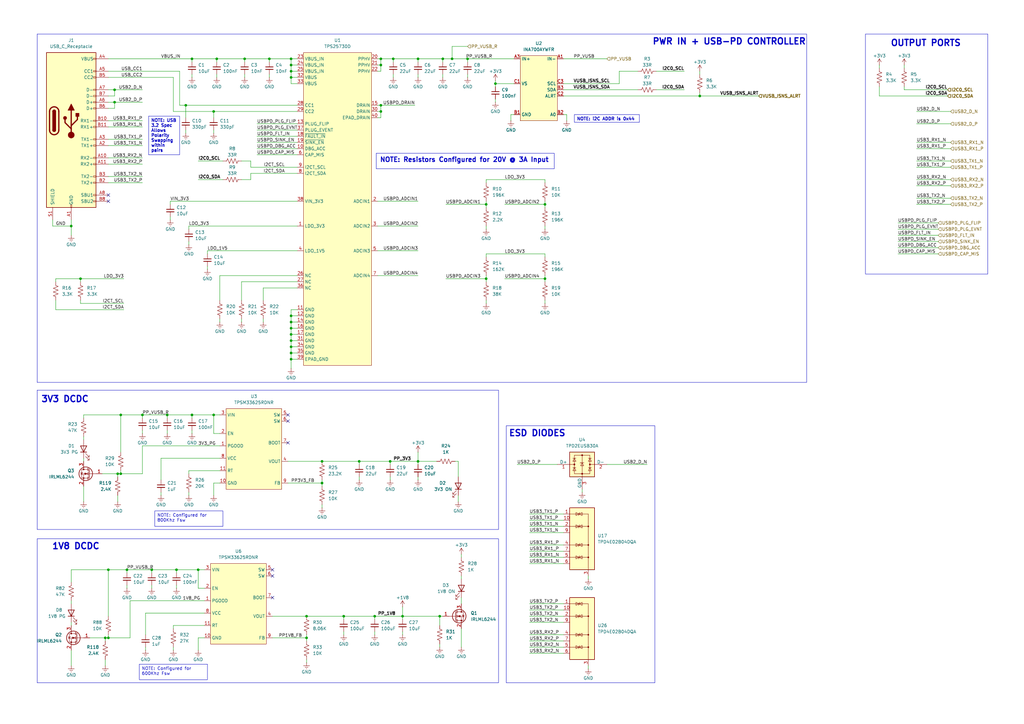
<source format=kicad_sch>
(kicad_sch (version 20231120) (generator "eeschema") (generator_version "8.0")
  (paper "A3")
  (title_block (title "Power") (date "2024-07-12") (rev "1.0") (company "Drexel University") (comment 1 "Designed by John Hofmeyr"))
  (junction (at 199.39 114.3))
  (junction (at 171.45 189.23))
  (junction (at 119.38 139.7))
  (junction (at 287.02 39.37))
  (junction (at 125.73 261.62))
  (junction (at 110.49 24.13))
  (junction (at 147.32 189.23))
  (junction (at 203.2 34.29))
  (junction (at 181.61 24.13))
  (junction (at 119.38 31.75))
  (junction (at 46.99 41.91))
  (junction (at 87.63 45.72))
  (junction (at 44.45 261.62))
  (junction (at 119.38 132.08))
  (junction (at 100.33 24.13))
  (junction (at 153.67 252.73))
  (junction (at 119.38 144.78))
  (junction (at 156.21 45.72))
  (junction (at 49.53 170.18))
  (junction (at 43.18 261.62))
  (junction (at 48.26 194.31))
  (junction (at 119.38 142.24))
  (junction (at 119.38 147.32))
  (junction (at 156.21 24.13))
  (junction (at 199.39 83.82))
  (junction (at 58.42 170.18))
  (junction (at 161.29 24.13))
  (junction (at 119.38 134.62))
  (junction (at 29.21 92.71))
  (junction (at 62.23 233.68))
  (junction (at 156.21 26.67))
  (junction (at 52.07 233.68))
  (junction (at 171.45 24.13))
  (junction (at 132.08 189.23))
  (junction (at 191.77 24.13))
  (junction (at 49.53 194.31))
  (junction (at 46.99 36.83))
  (junction (at 72.39 233.68))
  (junction (at 68.58 170.18))
  (junction (at 185.42 24.13))
  (junction (at 119.38 29.21))
  (junction (at 33.02 114.3))
  (junction (at 81.28 233.68))
  (junction (at 132.08 198.12))
  (junction (at 87.63 170.18))
  (junction (at 119.38 129.54))
  (junction (at 156.21 43.18))
  (junction (at 160.02 189.23))
  (junction (at 125.73 252.73))
  (junction (at 78.74 24.13))
  (junction (at 44.45 233.68))
  (junction (at 223.52 83.82))
  (junction (at 140.97 252.73))
  (junction (at 119.38 24.13))
  (junction (at 78.74 170.18))
  (junction (at 119.38 26.67))
  (junction (at 223.52 114.3))
  (junction (at 119.38 137.16))
  (junction (at 88.9 24.13))
  (junction (at 76.2 43.18))
  (junction (at 165.1 252.73))
  (junction (at 180.34 252.73))
  (no_connect (at 44.45 82.55))
  (no_connect (at 118.11 170.18))
  (no_connect (at 111.76 233.68))
  (no_connect (at 111.76 236.22))
  (no_connect (at 44.45 80.01))
  (no_connect (at 118.11 172.72))
  (no_connect (at 111.76 245.11))
  (no_connect (at 118.11 181.61))
  (wire (pts (xy 77.47 201.93) (xy 77.47 203.2)))
  (wire (pts (xy 153.67 259.08) (xy 153.67 260.35)))
  (wire (pts (xy 199.39 114.3) (xy 182.88 114.3)))
  (wire (pts (xy 389.89 76.2) (xy 375.92 76.2)))
  (wire (pts (xy 88.9 24.13) (xy 100.33 24.13)))
  (wire (pts (xy 287.02 38.1) (xy 287.02 39.37)))
  (wire (pts (xy 368.3 101.6) (xy 384.81 101.6)))
  (wire (pts (xy 375.92 45.72) (xy 389.89 45.72)))
  (wire (pts (xy 223.52 104.14) (xy 223.52 105.41)))
  (wire (pts (xy 156.21 29.21) (xy 154.94 29.21)))
  (wire (pts (xy 389.89 66.04) (xy 375.92 66.04)))
  (wire (pts (xy 33.02 114.3) (xy 33.02 115.57)))
  (wire (pts (xy 119.38 137.16) (xy 119.38 139.7)))
  (wire (pts (xy 368.3 93.98) (xy 384.81 93.98)))
  (wire (pts (xy 78.74 30.48) (xy 78.74 31.75)))
  (wire (pts (xy 156.21 48.26) (xy 156.21 45.72)))
  (wire (pts (xy 191.77 24.13) (xy 210.82 24.13)))
  (wire (pts (xy 85.09 104.14) (xy 85.09 102.87)))
  (wire (pts (xy 29.21 90.17) (xy 29.21 92.71)))
  (wire (pts (xy 161.29 24.13) (xy 171.45 24.13)))
  (wire (pts (xy 58.42 170.18) (xy 58.42 171.45)))
  (wire (pts (xy 83.82 256.54) (xy 71.12 256.54)))
  (wire (pts (xy 110.49 30.48) (xy 110.49 31.75)))
  (wire (pts (xy 156.21 24.13) (xy 156.21 26.67)))
  (wire (pts (xy 66.04 187.96) (xy 66.04 196.85)))
  (wire (pts (xy 34.29 170.18) (xy 34.29 171.45)))
  (wire (pts (xy 223.52 82.55) (xy 223.52 83.82)))
  (wire (pts (xy 119.38 34.29) (xy 121.92 34.29)))
  (wire (pts (xy 181.61 252.73) (xy 180.34 252.73)))
  (wire (pts (xy 105.41 55.88) (xy 121.92 55.88)))
  (wire (pts (xy 22.86 114.3) (xy 22.86 115.57)))
  (wire (pts (xy 199.39 113.03) (xy 199.39 114.3)))
  (wire (pts (xy 69.85 82.55) (xy 121.92 82.55)))
  (wire (pts (xy 118.11 198.12) (xy 132.08 198.12)))
  (wire (pts (xy 68.58 170.18) (xy 68.58 171.45)))
  (wire (pts (xy 199.39 82.55) (xy 199.39 83.82)))
  (wire (pts (xy 105.41 53.34) (xy 121.92 53.34)))
  (wire (pts (xy 49.53 194.31) (xy 48.26 194.31)))
  (wire (pts (xy 140.97 259.08) (xy 140.97 260.35)))
  (wire (pts (xy 231.14 223.52) (xy 217.17 223.52)))
  (wire (pts (xy 44.45 233.68) (xy 44.45 252.73)))
  (wire (pts (xy 360.68 39.37) (xy 388.62 39.37)))
  (wire (pts (xy 389.89 58.42) (xy 375.92 58.42)))
  (wire (pts (xy 223.52 123.19) (xy 223.52 124.46)))
  (wire (pts (xy 209.55 46.99) (xy 209.55 49.53)))
  (wire (pts (xy 231.14 213.36) (xy 217.17 213.36)))
  (wire (pts (xy 161.29 25.4) (xy 161.29 24.13)))
  (wire (pts (xy 77.47 193.04) (xy 77.47 194.31)))
  (wire (pts (xy 81.28 241.3) (xy 81.28 233.68)))
  (wire (pts (xy 156.21 24.13) (xy 154.94 24.13)))
  (wire (pts (xy 48.26 203.2) (xy 48.26 205.74)))
  (wire (pts (xy 77.47 93.98) (xy 77.47 92.71)))
  (wire (pts (xy 90.17 113.03) (xy 121.92 113.03)))
  (wire (pts (xy 231.14 218.44) (xy 217.17 218.44)))
  (wire (pts (xy 231.14 267.97) (xy 217.17 267.97)))
  (wire (pts (xy 73.66 43.18) (xy 76.2 43.18)))
  (wire (pts (xy 58.42 176.53) (xy 58.42 177.8)))
  (wire (pts (xy 107.95 123.19) (xy 107.95 118.11)))
  (wire (pts (xy 90.17 187.96) (xy 66.04 187.96)))
  (wire (pts (xy 33.02 124.46) (xy 50.8 124.46)))
  (wire (pts (xy 238.76 200.66) (xy 238.76 201.93)))
  (wire (pts (xy 107.95 118.11) (xy 121.92 118.11)))
  (wire (pts (xy 165.1 252.73) (xy 153.67 252.73)))
  (wire (pts (xy 181.61 24.13) (xy 185.42 24.13)))
  (wire (pts (xy 78.74 24.13) (xy 88.9 24.13)))
  (wire (pts (xy 71.12 45.72) (xy 87.63 45.72)))
  (wire (pts (xy 90.17 130.81) (xy 90.17 132.08)))
  (wire (pts (xy 269.24 29.21) (xy 280.67 29.21)))
  (wire (pts (xy 87.63 170.18) (xy 90.17 170.18)))
  (wire (pts (xy 187.96 203.2) (xy 187.96 205.74)))
  (wire (pts (xy 81.28 66.04) (xy 91.44 66.04)))
  (wire (pts (xy 119.38 29.21) (xy 121.92 29.21)))
  (wire (pts (xy 241.3 236.22) (xy 241.3 237.49)))
  (wire (pts (xy 165.1 254) (xy 165.1 252.73)))
  (wire (pts (xy 269.24 36.83) (xy 280.67 36.83)))
  (wire (pts (xy 69.85 88.9) (xy 69.85 90.17)))
  (wire (pts (xy 78.74 170.18) (xy 78.74 171.45)))
  (wire (pts (xy 187.96 189.23) (xy 187.96 195.58)))
  (wire (pts (xy 44.45 49.53) (xy 58.42 49.53)))
  (wire (pts (xy 76.2 43.18) (xy 76.2 48.26)))
  (wire (pts (xy 156.21 43.18) (xy 156.21 45.72)))
  (wire (pts (xy 46.99 44.45) (xy 46.99 41.91)))
  (wire (pts (xy 49.53 170.18) (xy 49.53 185.42)))
  (wire (pts (xy 199.39 123.19) (xy 199.39 124.46)))
  (wire (pts (xy 44.45 24.13) (xy 78.74 24.13)))
  (wire (pts (xy 102.87 68.58) (xy 102.87 66.04)))
  (wire (pts (xy 22.86 123.19) (xy 22.86 127)))
  (wire (pts (xy 154.94 92.71) (xy 171.45 92.71)))
  (wire (pts (xy 210.82 46.99) (xy 209.55 46.99)))
  (wire (pts (xy 119.38 137.16) (xy 121.92 137.16)))
  (wire (pts (xy 223.52 73.66) (xy 223.52 74.93)))
  (wire (pts (xy 59.69 265.43) (xy 59.69 266.7)))
  (wire (pts (xy 111.76 252.73) (xy 125.73 252.73)))
  (wire (pts (xy 105.41 50.8) (xy 121.92 50.8)))
  (wire (pts (xy 287.02 29.21) (xy 287.02 30.48)))
  (wire (pts (xy 87.63 177.8) (xy 87.63 170.18)))
  (wire (pts (xy 83.82 261.62) (xy 81.28 261.62)))
  (wire (pts (xy 72.39 233.68) (xy 72.39 234.95)))
  (wire (pts (xy 212.09 190.5) (xy 228.6 190.5)))
  (wire (pts (xy 44.45 52.07) (xy 58.42 52.07)))
  (wire (pts (xy 156.21 26.67) (xy 154.94 26.67)))
  (wire (pts (xy 156.21 26.67) (xy 156.21 29.21)))
  (wire (pts (xy 88.9 30.48) (xy 88.9 31.75)))
  (wire (pts (xy 223.52 113.03) (xy 223.52 114.3)))
  (wire (pts (xy 231.14 255.27) (xy 217.17 255.27)))
  (wire (pts (xy 231.14 262.89) (xy 217.17 262.89)))
  (wire (pts (xy 83.82 246.38) (xy 53.34 246.38)))
  (wire (pts (xy 53.34 261.62) (xy 44.45 261.62)))
  (wire (pts (xy 119.38 31.75) (xy 121.92 31.75)))
  (wire (pts (xy 49.53 170.18) (xy 58.42 170.18)))
  (wire (pts (xy 223.52 114.3) (xy 223.52 115.57)))
  (wire (pts (xy 119.38 139.7) (xy 121.92 139.7)))
  (wire (pts (xy 360.68 35.56) (xy 360.68 39.37)))
  (wire (pts (xy 99.06 123.19) (xy 99.06 115.57)))
  (wire (pts (xy 52.07 240.03) (xy 52.07 241.3)))
  (wire (pts (xy 203.2 33.02) (xy 203.2 34.29)))
  (wire (pts (xy 81.28 73.66) (xy 91.44 73.66)))
  (wire (pts (xy 287.02 39.37) (xy 311.15 39.37)))
  (wire (pts (xy 44.45 233.68) (xy 52.07 233.68)))
  (wire (pts (xy 199.39 73.66) (xy 199.39 74.93)))
  (wire (pts (xy 119.38 24.13) (xy 119.38 26.67)))
  (wire (pts (xy 119.38 142.24) (xy 121.92 142.24)))
  (wire (pts (xy 368.3 104.14) (xy 384.81 104.14)))
  (wire (pts (xy 160.02 195.58) (xy 160.02 196.85)))
  (wire (pts (xy 119.38 147.32) (xy 119.38 151.13)))
  (wire (pts (xy 231.14 34.29) (xy 254 34.29)))
  (wire (pts (xy 110.49 24.13) (xy 119.38 24.13)))
  (wire (pts (xy 156.21 43.18) (xy 170.18 43.18)))
  (wire (pts (xy 223.52 83.82) (xy 207.01 83.82)))
  (wire (pts (xy 165.1 259.08) (xy 165.1 260.35)))
  (wire (pts (xy 199.39 83.82) (xy 199.39 85.09)))
  (wire (pts (xy 199.39 104.14) (xy 199.39 105.41)))
  (wire (pts (xy 83.82 241.3) (xy 81.28 241.3)))
  (wire (pts (xy 62.23 240.03) (xy 62.23 241.3)))
  (wire (pts (xy 199.39 104.14) (xy 223.52 104.14)))
  (wire (pts (xy 87.63 198.12) (xy 87.63 203.2)))
  (wire (pts (xy 119.38 26.67) (xy 119.38 29.21)))
  (wire (pts (xy 111.76 261.62) (xy 125.73 261.62)))
  (wire (pts (xy 71.12 31.75) (xy 44.45 31.75)))
  (wire (pts (xy 199.39 114.3) (xy 199.39 115.57)))
  (wire (pts (xy 105.41 60.96) (xy 121.92 60.96)))
  (wire (pts (xy 119.38 29.21) (xy 119.38 31.75)))
  (wire (pts (xy 375.92 50.8) (xy 389.89 50.8)))
  (wire (pts (xy 90.17 182.88) (xy 58.42 182.88)))
  (wire (pts (xy 22.86 114.3) (xy 33.02 114.3)))
  (wire (pts (xy 29.21 266.7) (xy 29.21 273.05)))
  (wire (pts (xy 77.47 99.06) (xy 77.47 100.33)))
  (wire (pts (xy 69.85 83.82) (xy 69.85 82.55)))
  (wire (pts (xy 368.3 99.06) (xy 384.81 99.06)))
  (wire (pts (xy 71.12 265.43) (xy 71.12 266.7)))
  (wire (pts (xy 44.45 67.31) (xy 58.42 67.31)))
  (wire (pts (xy 85.09 109.22) (xy 85.09 110.49)))
  (wire (pts (xy 360.68 26.67) (xy 360.68 27.94)))
  (wire (pts (xy 231.14 39.37) (xy 287.02 39.37)))
  (wire (pts (xy 191.77 30.48) (xy 191.77 31.75)))
  (wire (pts (xy 100.33 25.4) (xy 100.33 24.13)))
  (wire (pts (xy 46.99 36.83) (xy 58.42 36.83)))
  (wire (pts (xy 265.43 190.5) (xy 248.92 190.5)))
  (wire (pts (xy 58.42 194.31) (xy 49.53 194.31)))
  (wire (pts (xy 121.92 43.18) (xy 76.2 43.18)))
  (wire (pts (xy 66.04 201.93) (xy 66.04 203.2)))
  (wire (pts (xy 68.58 170.18) (xy 78.74 170.18)))
  (wire (pts (xy 119.38 129.54) (xy 119.38 132.08)))
  (wire (pts (xy 370.84 26.67) (xy 370.84 27.94)))
  (wire (pts (xy 99.06 73.66) (xy 102.87 73.66)))
  (wire (pts (xy 185.42 19.05) (xy 191.77 19.05)))
  (wire (pts (xy 147.32 189.23) (xy 147.32 190.5)))
  (wire (pts (xy 81.28 261.62) (xy 81.28 266.7)))
  (wire (pts (xy 181.61 25.4) (xy 181.61 24.13)))
  (wire (pts (xy 100.33 30.48) (xy 100.33 31.75)))
  (wire (pts (xy 389.89 81.28) (xy 375.92 81.28)))
  (wire (pts (xy 231.14 247.65) (xy 217.17 247.65)))
  (wire (pts (xy 119.38 142.24) (xy 119.38 144.78)))
  (wire (pts (xy 34.29 199.39) (xy 34.29 205.74)))
  (wire (pts (xy 165.1 248.92) (xy 165.1 252.73)))
  (wire (pts (xy 49.53 193.04) (xy 49.53 194.31)))
  (wire (pts (xy 154.94 43.18) (xy 156.21 43.18)))
  (wire (pts (xy 53.34 246.38) (xy 53.34 261.62)))
  (wire (pts (xy 185.42 24.13) (xy 185.42 19.05)))
  (wire (pts (xy 62.23 233.68) (xy 62.23 234.95)))
  (wire (pts (xy 73.66 43.18) (xy 73.66 29.21)))
  (wire (pts (xy 90.17 193.04) (xy 77.47 193.04)))
  (wire (pts (xy 119.38 127) (xy 121.92 127)))
  (wire (pts (xy 29.21 233.68) (xy 29.21 238.76)))
  (wire (pts (xy 73.66 29.21) (xy 44.45 29.21)))
  (wire (pts (xy 119.38 132.08) (xy 119.38 134.62)))
  (wire (pts (xy 99.06 130.81) (xy 99.06 132.08)))
  (wire (pts (xy 22.86 127) (xy 50.8 127)))
  (wire (pts (xy 29.21 92.71) (xy 29.21 96.52)))
  (wire (pts (xy 29.21 233.68) (xy 44.45 233.68)))
  (wire (pts (xy 254 34.29) (xy 254 29.21)))
  (wire (pts (xy 370.84 35.56) (xy 370.84 36.83)))
  (wire (pts (xy 58.42 170.18) (xy 68.58 170.18)))
  (wire (pts (xy 231.14 24.13) (xy 248.92 24.13)))
  (wire (pts (xy 21.59 90.17) (xy 21.59 92.71)))
  (wire (pts (xy 33.02 123.19) (xy 33.02 124.46)))
  (wire (pts (xy 199.39 92.71) (xy 199.39 93.98)))
  (wire (pts (xy 99.06 115.57) (xy 121.92 115.57)))
  (wire (pts (xy 119.38 26.67) (xy 121.92 26.67)))
  (wire (pts (xy 185.42 24.13) (xy 191.77 24.13)))
  (wire (pts (xy 389.89 68.58) (xy 375.92 68.58)))
  (wire (pts (xy 43.18 261.62) (xy 43.18 262.89)))
  (wire (pts (xy 231.14 46.99) (xy 232.41 46.99)))
  (wire (pts (xy 52.07 233.68) (xy 52.07 234.95)))
  (wire (pts (xy 83.82 251.46) (xy 59.69 251.46)))
  (wire (pts (xy 44.45 36.83) (xy 46.99 36.83)))
  (wire (pts (xy 46.99 41.91) (xy 58.42 41.91)))
  (wire (pts (xy 46.99 39.37) (xy 46.99 36.83)))
  (wire (pts (xy 231.14 265.43) (xy 217.17 265.43)))
  (wire (pts (xy 110.49 24.13) (xy 100.33 24.13)))
  (wire (pts (xy 154.94 48.26) (xy 156.21 48.26)))
  (wire (pts (xy 44.45 41.91) (xy 46.99 41.91)))
  (wire (pts (xy 107.95 130.81) (xy 107.95 132.08)))
  (wire (pts (xy 171.45 195.58) (xy 171.45 196.85)))
  (wire (pts (xy 119.38 139.7) (xy 119.38 142.24)))
  (wire (pts (xy 33.02 114.3) (xy 50.8 114.3)))
  (wire (pts (xy 231.14 260.35) (xy 217.17 260.35)))
  (wire (pts (xy 71.12 45.72) (xy 71.12 31.75)))
  (wire (pts (xy 29.21 255.27) (xy 29.21 256.54)))
  (wire (pts (xy 153.67 252.73) (xy 153.67 254)))
  (wire (pts (xy 58.42 182.88) (xy 58.42 194.31)))
  (wire (pts (xy 147.32 189.23) (xy 160.02 189.23)))
  (wire (pts (xy 186.69 189.23) (xy 187.96 189.23)))
  (wire (pts (xy 90.17 123.19) (xy 90.17 113.03)))
  (wire (pts (xy 119.38 129.54) (xy 121.92 129.54)))
  (wire (pts (xy 171.45 25.4) (xy 171.45 24.13)))
  (wire (pts (xy 191.77 25.4) (xy 191.77 24.13)))
  (wire (pts (xy 119.38 134.62) (xy 121.92 134.62)))
  (wire (pts (xy 199.39 73.66) (xy 223.52 73.66)))
  (wire (pts (xy 72.39 233.68) (xy 81.28 233.68)))
  (wire (pts (xy 119.38 144.78) (xy 121.92 144.78)))
  (wire (pts (xy 119.38 127) (xy 119.38 129.54)))
  (wire (pts (xy 119.38 134.62) (xy 119.38 137.16)))
  (wire (pts (xy 171.45 30.48) (xy 171.45 31.75)))
  (wire (pts (xy 90.17 198.12) (xy 87.63 198.12)))
  (wire (pts (xy 34.29 187.96) (xy 34.29 189.23)))
  (wire (pts (xy 44.45 39.37) (xy 46.99 39.37)))
  (wire (pts (xy 44.45 44.45) (xy 46.99 44.45)))
  (wire (pts (xy 231.14 210.82) (xy 217.17 210.82)))
  (wire (pts (xy 29.21 246.38) (xy 29.21 247.65)))
  (wire (pts (xy 44.45 74.93) (xy 58.42 74.93)))
  (wire (pts (xy 44.45 64.77) (xy 58.42 64.77)))
  (wire (pts (xy 88.9 25.4) (xy 88.9 24.13)))
  (wire (pts (xy 156.21 24.13) (xy 161.29 24.13)))
  (wire (pts (xy 370.84 36.83) (xy 388.62 36.83)))
  (wire (pts (xy 71.12 256.54) (xy 71.12 257.81)))
  (wire (pts (xy 44.45 57.15) (xy 58.42 57.15)))
  (wire (pts (xy 43.18 261.62) (xy 36.83 261.62)))
  (wire (pts (xy 231.14 250.19) (xy 217.17 250.19)))
  (wire (pts (xy 78.74 170.18) (xy 87.63 170.18)))
  (wire (pts (xy 72.39 240.03) (xy 72.39 241.3)))
  (wire (pts (xy 231.14 226.06) (xy 217.17 226.06)))
  (wire (pts (xy 199.39 83.82) (xy 182.88 83.82)))
  (wire (pts (xy 34.29 179.07) (xy 34.29 180.34)))
  (wire (pts (xy 87.63 45.72) (xy 87.63 48.26)))
  (wire (pts (xy 132.08 207.01) (xy 132.08 208.28)))
  (wire (pts (xy 34.29 170.18) (xy 49.53 170.18)))
  (wire (pts (xy 203.2 34.29) (xy 203.2 35.56)))
  (wire (pts (xy 165.1 252.73) (xy 180.34 252.73)))
  (wire (pts (xy 241.3 273.05) (xy 241.3 274.32)))
  (wire (pts (xy 132.08 196.85) (xy 132.08 198.12)))
  (wire (pts (xy 156.21 45.72) (xy 154.94 45.72)))
  (wire (pts (xy 189.23 236.22) (xy 189.23 237.49)))
  (wire (pts (xy 121.92 45.72) (xy 87.63 45.72)))
  (wire (pts (xy 76.2 53.34) (xy 76.2 54.61)))
  (wire (pts (xy 132.08 189.23) (xy 147.32 189.23)))
  (wire (pts (xy 160.02 189.23) (xy 160.02 190.5)))
  (wire (pts (xy 44.45 260.35) (xy 44.45 261.62)))
  (wire (pts (xy 232.41 46.99) (xy 232.41 49.53)))
  (wire (pts (xy 189.23 227.33) (xy 189.23 228.6)))
  (wire (pts (xy 62.23 233.68) (xy 72.39 233.68)))
  (wire (pts (xy 154.94 113.03) (xy 171.45 113.03)))
  (wire (pts (xy 231.14 215.9) (xy 217.17 215.9)))
  (wire (pts (xy 119.38 24.13) (xy 121.92 24.13)))
  (wire (pts (xy 171.45 24.13) (xy 181.61 24.13)))
  (wire (pts (xy 77.47 92.71) (xy 121.92 92.71)))
  (wire (pts (xy 140.97 252.73) (xy 140.97 254)))
  (wire (pts (xy 231.14 231.14) (xy 217.17 231.14)))
  (wire (pts (xy 189.23 257.81) (xy 189.23 265.43)))
  (wire (pts (xy 171.45 185.42) (xy 171.45 189.23)))
  (wire (pts (xy 389.89 60.96) (xy 375.92 60.96)))
  (wire (pts (xy 48.26 194.31) (xy 48.26 195.58)))
  (wire (pts (xy 105.41 58.42) (xy 121.92 58.42)))
  (wire (pts (xy 223.52 92.71) (xy 223.52 93.98)))
  (wire (pts (xy 78.74 176.53) (xy 78.74 177.8)))
  (wire (pts (xy 44.45 59.69) (xy 58.42 59.69)))
  (wire (pts (xy 189.23 245.11) (xy 189.23 247.65)))
  (wire (pts (xy 78.74 25.4) (xy 78.74 24.13)))
  (wire (pts (xy 48.26 194.31) (xy 41.91 194.31)))
  (wire (pts (xy 102.87 66.04) (xy 99.06 66.04)))
  (wire (pts (xy 119.38 147.32) (xy 121.92 147.32)))
  (wire (pts (xy 81.28 233.68) (xy 83.82 233.68)))
  (wire (pts (xy 43.18 270.51) (xy 43.18 273.05)))
  (wire (pts (xy 119.38 144.78) (xy 119.38 147.32)))
  (wire (pts (xy 132.08 198.12) (xy 132.08 199.39)))
  (wire (pts (xy 125.73 252.73) (xy 140.97 252.73)))
  (wire (pts (xy 171.45 189.23) (xy 160.02 189.23)))
  (wire (pts (xy 140.97 252.73) (xy 153.67 252.73)))
  (wire (pts (xy 90.17 177.8) (xy 87.63 177.8)))
  (wire (pts (xy 102.87 68.58) (xy 121.92 68.58)))
  (wire (pts (xy 44.45 261.62) (xy 43.18 261.62)))
  (wire (pts (xy 180.34 252.73) (xy 180.34 256.54)))
  (wire (pts (xy 223.52 83.82) (xy 223.52 85.09)))
  (wire (pts (xy 21.59 92.71) (xy 29.21 92.71)))
  (wire (pts (xy 52.07 233.68) (xy 62.23 233.68)))
  (wire (pts (xy 203.2 40.64) (xy 203.2 41.91)))
  (wire (pts (xy 125.73 270.51) (xy 125.73 271.78)))
  (wire (pts (xy 154.94 82.55) (xy 171.45 82.55)))
  (wire (pts (xy 68.58 176.53) (xy 68.58 177.8)))
  (wire (pts (xy 119.38 132.08) (xy 121.92 132.08)))
  (wire (pts (xy 180.34 264.16) (xy 180.34 265.43)))
  (wire (pts (xy 389.89 83.82) (xy 375.92 83.82)))
  (wire (pts (xy 118.11 189.23) (xy 132.08 189.23)))
  (wire (pts (xy 110.49 25.4) (xy 110.49 24.13)))
  (wire (pts (xy 389.89 73.66) (xy 375.92 73.66)))
  (wire (pts (xy 125.73 260.35) (xy 125.73 261.62)))
  (wire (pts (xy 59.69 251.46) (xy 59.69 260.35)))
  (wire (pts (xy 171.45 189.23) (xy 179.07 189.23)))
  (wire (pts (xy 44.45 72.39) (xy 58.42 72.39)))
  (wire (pts (xy 223.52 114.3) (xy 207.01 114.3)))
  (wire (pts (xy 254 29.21) (xy 261.62 29.21)))
  (wire (pts (xy 154.94 102.87) (xy 171.45 102.87)))
  (wire (pts (xy 85.09 102.87) (xy 121.92 102.87)))
  (wire (pts (xy 102.87 71.12) (xy 121.92 71.12)))
  (wire (pts (xy 368.3 96.52) (xy 384.81 96.52)))
  (wire (pts (xy 87.63 53.34) (xy 87.63 54.61)))
  (wire (pts (xy 231.14 252.73) (xy 217.17 252.73)))
  (wire (pts (xy 231.14 228.6) (xy 217.17 228.6)))
  (wire (pts (xy 231.14 36.83) (xy 261.62 36.83)))
  (wire (pts (xy 171.45 190.5) (xy 171.45 189.23)))
  (wire (pts (xy 368.3 91.44) (xy 384.81 91.44)))
  (wire (pts (xy 181.61 30.48) (xy 181.61 31.75)))
  (wire (pts (xy 102.87 71.12) (xy 102.87 73.66)))
  (wire (pts (xy 161.29 30.48) (xy 161.29 31.75)))
  (wire (pts (xy 119.38 31.75) (xy 119.38 34.29)))
  (wire (pts (xy 147.32 195.58) (xy 147.32 196.85)))
  (wire (pts (xy 125.73 261.62) (xy 125.73 262.89)))
  (wire (pts (xy 210.82 34.29) (xy 203.2 34.29)))
  (wire (pts (xy 105.41 63.5) (xy 121.92 63.5)))
  (rectangle (start 15.24 220.98) (end 204.47 280.035))
  (rectangle (start 15.24 160.02) (end 204.47 217.17))
  (rectangle (start 354.965 13.97) (end 405.13 112.395))
  (rectangle (start 207.645 174.625) (end 268.605 280.035))
  (rectangle (start 15.24 13.97) (end 330.835 156.845))
  (text_box "NOTE: Configured for 800Khz Fsw" (at 63.5 209.55 0) (size 27.94 6.35) (effects (font (size 1.27 1.27)) (justify left top)))
  (text_box "NOTE: Resistors Configured for 20V @ 3A Input" (at 154.305 62.865 0) (size 73.025 6.35) (effects (font (size 1.905 1.905) (thickness 0.381) (bold yes)) (justify left top)))
  (text_box "NOTE: Configured for 600Khz Fsw" (at 57.15 272.415 0) (size 27.94 6.35) (effects (font (size 1.27 1.27)) (justify left top)))
  (text_box "NOTE: USB 3.2 Spec Allows Polarity Swapping within pairs" (at 60.96 47.625 0) (size 12.7 15.875) (effects (font (size 1.27 1.27) (thickness 0.254) (bold yes)) (justify left top)))
  (text_box "NOTE: i2C ADDR is 0x44" (at 235.585 46.99 0) (size 26.67 3.175) (effects (font (size 1.27 1.27) (bold yes)) (justify left top)))
  (text "PWR IN + USB-PD CONTROLLER" (at 299.085 17.145 0) (effects (font (size 2.54 2.54) (thickness 0.508) (bold yes))))
  (text "OUTPUT PORTS" (at 379.73 17.78 0) (effects (font (size 2.54 2.54) (thickness 0.508) (bold yes))))
  (text "1V8 DCDC" (at 31.115 224.155 0) (effects (font (size 2.54 2.54) (thickness 0.508) (bold yes))))
  (text "3V3 DCDC" (at 26.67 163.83 0) (effects (font (size 2.54 2.54) (thickness 0.508) (bold yes))))
  (text "ESD DIODES" (at 220.345 177.8 0) (effects (font (size 2.54 2.54) (thickness 0.508) (bold yes))))
  (label "USB3_TX1_N" (at 217.17 218.44 0))
  (label "USB3_RX1_P" (at 217.17 223.52 0))
  (label "USB3_TX2_P" (at 217.17 250.19 0))
  (label "USBPD_FLT_IN" (at 105.41 55.88 0))
  (label "USB3_RX2_N" (at 375.92 73.66 0))
  (label "VUSB_ISNS_SCL" (at 250.19 34.29 180) (effects (font (bold yes))))
  (label "I2C0_SDA" (at 280.67 36.83 180) (effects (font (bold yes))))
  (label "USBPD_PLG_FLIP" (at 368.3 91.44 0))
  (label "USB_CC1" (at 58.42 29.21 180))
  (label "USB3_RX1_P" (at 375.92 60.96 0))
  (label "I2C0_SCL" (at 81.28 66.04 0) (effects (font (bold yes))))
  (label "USB3_TX1_N" (at 58.42 59.69 180))
  (label "USB3_TX1_P" (at 217.17 213.36 0))
  (label "USBPD_DBG_ACC" (at 368.3 101.6 0))
  (label "USBPD_PLG_FLIP" (at 105.41 50.8 0))
  (label "USB3_TX2_N" (at 58.42 72.39 180))
  (label "LDO_3V3" (at 77.47 92.71 0))
  (label "USBPD_SINK_EN" (at 368.3 99.06 0))
  (label "USB3_RX1_N" (at 58.42 52.07 180))
  (label "VBUS_IN" (at 66.04 24.13 0))
  (label "USBPD_ADCIN2" (at 207.01 83.82 0))
  (label "PP_VUSB_R" (at 58.42 170.18 0))
  (label "USB3_TX1_P" (at 375.92 68.58 0))
  (label "USB3_RX2_P" (at 58.42 67.31 180))
  (label "PP_VUSB" (at 243.84 24.13 180))
  (label "USB_CC2" (at 58.42 31.75 180))
  (label "USB3_TX2_P" (at 375.92 83.82 0))
  (label "I2C0_SDA" (at 81.28 73.66 0) (effects (font (bold yes))))
  (label "USB2_D_N" (at 58.42 36.83 180))
  (label "USB3_RX2_P" (at 217.17 262.89 0))
  (label "USB3_TX1_N" (at 375.92 66.04 0))
  (label "USB3_TX1_P" (at 58.42 57.15 180))
  (label "USBPD_ADCIN4" (at 171.45 113.03 180))
  (label "PP_1V8" (at 154.94 252.73 0) (effects (font (bold yes))))
  (label "USB3_RX1_N" (at 217.17 231.14 0))
  (label "USB3_RX1_P" (at 217.17 226.06 0))
  (label "LDO_3V3" (at 207.01 73.66 0))
  (label "USB3_RX2_P" (at 375.92 76.2 0))
  (label "USBPD_ADCIN3" (at 182.88 114.3 0))
  (label "USB3_RX2_N" (at 217.17 267.97 0))
  (label "VIN_3V3" (at 69.85 82.55 0))
  (label "USB3_TX2_P" (at 217.17 247.65 0))
  (label "USBPD_ADCIN1" (at 182.88 83.82 0))
  (label "LDO_3V3" (at 207.01 104.14 0))
  (label "USB3_RX1_N" (at 375.92 58.42 0))
  (label "USBPD_CAP_MIS" (at 105.41 63.5 0))
  (label "USB2_D_P" (at 58.42 41.91 180))
  (label "USB3_RX2_P" (at 217.17 260.35 0))
  (label "USB3_TX2_N" (at 217.17 252.73 0))
  (label "USBPD_DBG_ACC" (at 105.41 60.96 0))
  (label "I2CT_SDA" (at 116.84 71.12 180))
  (label "USB3_TX2_N" (at 217.17 255.27 0))
  (label "USB3_TX1_N" (at 217.17 215.9 0))
  (label "USB3_TX2_P" (at 58.42 74.93 180))
  (label "USBPD_PLG_EVNT" (at 368.3 93.98 0))
  (label "LDO_3V3" (at 50.8 114.3 180))
  (label "PP_VUSB_R" (at 52.07 233.68 0))
  (label "I2C0_SCL" (at 388.62 36.83 180) (effects (font (bold yes))))
  (label "USBPD_CAP_MIS" (at 368.3 104.14 0))
  (label "I2CT_SDA" (at 50.8 127 180))
  (label "PP1V8_FB" (at 114.3 261.62 0))
  (label "USBPD_ADCIN4" (at 207.01 114.3 0))
  (label "I2CT_SCL" (at 116.84 68.58 180))
  (label "USBPD_ADCIN2" (at 171.45 92.71 180))
  (label "I2C0_SDA" (at 388.62 39.37 180) (effects (font (bold yes))))
  (label "I2CT_SCL" (at 50.8 124.46 180))
  (label "USB2_D_N" (at 265.43 190.5 180))
  (label "GND" (at 22.86 92.71 0))
  (label "USB3_TX1_P" (at 217.17 210.82 0))
  (label "USBPD_ADCIN1" (at 171.45 82.55 180))
  (label "USB2_D_P" (at 212.09 190.5 0))
  (label "VUSB_ISNS_SDA" (at 250.19 36.83 180) (effects (font (bold yes))))
  (label "VUSB_ISNS_ALRT" (at 311.15 39.37 180) (effects (font (bold yes))))
  (label "PP_3V3" (at 161.29 189.23 0) (effects (font (bold yes))))
  (label "USBPD_DRAIN" (at 170.18 43.18 180))
  (label "USBPD_PLG_EVNT" (at 105.41 53.34 0))
  (label "1V8_PG" (at 74.93 246.38 0))
  (label "USB3_RX1_N" (at 217.17 228.6 0))
  (label "LDO_1V5" (at 85.09 102.87 0))
  (label "USB3_RX2_N" (at 217.17 265.43 0))
  (label "3V3_PG" (at 81.28 182.88 0))
  (label "PP_VUSB_R" (at 201.93 24.13 180))
  (label "USB3_RX1_P" (at 58.42 49.53 180))
  (label "USB3_TX2_N" (at 375.92 81.28 0))
  (label "USB2_D_N" (at 375.92 45.72 0))
  (label "USBPD_SINK_EN" (at 105.41 58.42 0))
  (label "USBPD_FLT_IN" (at 368.3 96.52 0))
  (label "USBPD_ADCIN3" (at 171.45 102.87 180))
  (label "PP3V3_FB" (at 119.38 198.12 0))
  (label "USB2_D_P" (at 375.92 50.8 0))
  (label "USB3_RX2_N" (at 58.42 64.77 180))
  (label "I2C0_SCL" (at 280.67 29.21 180) (effects (font (bold yes))))
  (hierarchical_label "VUSB_ISNS_ALRT" (shape input) (at 311.15 39.37 0) (effects (font (bold yes))))
  (hierarchical_label "USB3_RX1_N" (shape input) (at 389.89 58.42 0))
  (hierarchical_label "USB2_D_N" (shape input) (at 389.89 45.72 0))
  (hierarchical_label "USB3_RX2_P" (shape input) (at 389.89 76.2 0))
  (hierarchical_label "I2C0_SCL" (shape input) (at 388.62 36.83 0) (effects (font (bold yes))))
  (hierarchical_label "USB3_RX2_N" (shape input) (at 389.89 73.66 0))
  (hierarchical_label "USB3_TX1_P" (shape input) (at 389.89 68.58 0))
  (hierarchical_label "USBPD_CAP_MIS" (shape input) (at 384.81 104.14 0))
  (hierarchical_label "PP_VUSB_R" (shape input) (at 191.77 19.05 0))
  (hierarchical_label "USBPD_FLT_IN" (shape input) (at 384.81 96.52 0))
  (hierarchical_label "USBPD_PLG_EVNT" (shape input) (at 384.81 93.98 0))
  (hierarchical_label "USB3_RX1_P" (shape input) (at 389.89 60.96 0))
  (hierarchical_label "USB3_TX1_N" (shape input) (at 389.89 66.04 0))
  (hierarchical_label "USBPD_SINK_EN" (shape input) (at 384.81 99.06 0))
  (hierarchical_label "PP_VUSB" (shape input) (at 248.92 24.13 0))
  (hierarchical_label "USBPD_PLG_FLIP" (shape input) (at 384.81 91.44 0))
  (hierarchical_label "USB2_D_P" (shape input) (at 389.89 50.8 0))
  (hierarchical_label "I2C0_SDA" (shape input) (at 388.62 39.37 0) (effects (font (bold yes))))
  (hierarchical_label "USB3_TX2_N" (shape input) (at 389.89 81.28 0))
  (hierarchical_label "USBPD_DBG_ACC" (shape input) (at 384.81 101.6 0))
  (hierarchical_label "USB3_TX2_P" (shape input) (at 389.89 83.82 0))
  (symbol (lib_id "power:GND") (at 110.49 31.75 0) (unit 1)
    (property "Reference" "#PWR013" (effects (hide yes)))
    (property "Value" "GND" (at 110.49 35.56 0))
    (property "Description" "Power symbol creates a global label with name \"GND\" , ground" (effects (hide yes)))
  )
  (symbol (lib_id "Device:R_US") (at 99.06 127 180) (unit 1)
    (property "Reference" "R21" (at 101.6 125.7299 0) (effects (justify right)))
    (property "Value" "10K" (at 101.6 128.2699 0) (effects (justify right)))
    (property "Footprint" "Resistor_SMD:R_0201_0603Metric" (effects (hide yes)))
    (property "Description" "Resistor, US symbol" (effects (hide yes)))
  )
  (symbol (lib_id "Device:C_Small") (at 85.09 106.68 0) (unit 1)
    (property "Reference" "C14" (at 87.63 105.4162 0) (effects (justify left)))
    (property "Value" "10uF" (at 87.63 107.9562 0) (effects (justify left)))
    (property "Footprint" "Capacitor_SMD:C_0603_1608Metric" (effects (hide yes)))
    (property "Description" "Unpolarized capacitor, small symbol" (effects (hide yes)))
  )
  (symbol (lib_id "Power_Protection:TPD4E02B04DQA") (at 238.76 220.98 0) (unit 1)
    (property "Reference" "U17" (at 245.11 219.7099 0) (effects (justify left)))
    (property "Value" "TPD4E02B04DQA" (at 245.11 222.2499 0) (effects (justify left)))
    (property "Footprint" "Package_SON:USON-10_2.5x1.0mm_P0.5mm" (effects (hide yes)))
    (property "Datasheet" "http://www.ti.com/lit/ds/symlink/tpd4e02b04.pdf" (effects (hide yes)))
    (property "Description" "4-Channel ESD Protection Diode for USB Type-C and HDMI 2.0, USON-10" (effects (hide yes)))
  )
  (symbol (lib_id "power:GND") (at 29.21 273.05 0) (mirror y) (unit 1)
    (property "Reference" "#PWR0227" (effects (hide yes)))
    (property "Value" "GND" (at 29.21 276.86 0))
    (property "Description" "Power symbol creates a global label with name \"GND\" , ground" (effects (hide yes)))
  )
  (symbol (lib_id "Device:C_Small") (at 77.47 96.52 0) (unit 1)
    (property "Reference" "C13" (at 80.01 95.2562 0) (effects (justify left)))
    (property "Value" "10uF" (at 80.01 97.7962 0) (effects (justify left)))
    (property "Footprint" "Capacitor_SMD:C_0603_1608Metric" (effects (hide yes)))
    (property "Description" "Unpolarized capacitor, small symbol" (effects (hide yes)))
  )
  (symbol (lib_id "power:GND") (at 87.63 54.61 0) (unit 1)
    (property "Reference" "#PWR023" (effects (hide yes)))
    (property "Value" "GND" (at 87.63 58.42 0))
    (property "Description" "Power symbol creates a global label with name \"GND\" , ground" (effects (hide yes)))
  )
  (symbol (lib_id "power:GND") (at 34.29 205.74 0) (mirror y) (unit 1)
    (property "Reference" "#PWR0254" (effects (hide yes)))
    (property "Value" "GND" (at 34.29 209.55 0))
    (property "Description" "Power symbol creates a global label with name \"GND\" , ground" (effects (hide yes)))
  )
  (symbol (lib_id "power:GND") (at 78.74 31.75 0) (unit 1)
    (property "Reference" "#PWR010" (effects (hide yes)))
    (property "Value" "GND" (at 78.74 35.56 0))
    (property "Description" "Power symbol creates a global label with name \"GND\" , ground" (effects (hide yes)))
  )
  (symbol (lib_id "Device:C_Small") (at 181.61 27.94 0) (unit 1)
    (property "Reference" "C7" (at 184.15 26.6762 0) (effects (justify left)))
    (property "Value" "22uF" (at 184.15 29.2162 0) (effects (justify left)))
    (property "Footprint" "Capacitor_SMD:C_0805_2012Metric" (effects (hide yes)))
    (property "Description" "Unpolarized capacitor, small symbol" (effects (hide yes)))
  )
  (symbol (lib_id "power:GND") (at 72.39 241.3 0) (unit 1)
    (property "Reference" "#PWR053" (effects (hide yes)))
    (property "Value" "GND" (at 72.39 245.11 0))
    (property "Description" "Power symbol creates a global label with name \"GND\" , ground" (effects (hide yes)))
  )
  (symbol (lib_id "Device:C_Small") (at 147.32 193.04 0) (unit 1)
    (property "Reference" "C18" (at 149.86 191.7762 0) (effects (justify left)))
    (property "Value" "22uF" (at 149.86 194.3162 0) (effects (justify left)))
    (property "Footprint" "Capacitor_SMD:C_0805_2012Metric" (effects (hide yes)))
    (property "Description" "Unpolarized capacitor, small symbol" (effects (hide yes)))
  )
  (symbol (lib_id "Device:R_US") (at 265.43 36.83 270) (unit 1)
    (property "Reference" "R7" (at 265.43 31.75 90))
    (property "Value" "33R" (at 265.43 34.29 90))
    (property "Footprint" "Resistor_SMD:R_0201_0603Metric" (effects (hide yes)))
    (property "Description" "Resistor, US symbol" (effects (hide yes)))
  )
  (symbol (lib_id "power:GND") (at 78.74 177.8 0) (unit 1)
    (property "Reference" "#PWR038" (effects (hide yes)))
    (property "Value" "GND" (at 78.74 181.61 0))
    (property "Description" "Power symbol creates a global label with name \"GND\" , ground" (effects (hide yes)))
  )
  (symbol (lib_id "power:GND") (at 81.28 266.7 0) (unit 1)
    (property "Reference" "#PWR062" (effects (hide yes)))
    (property "Value" "GND" (at 81.28 270.51 0))
    (property "Description" "Power symbol creates a global label with name \"GND\" , ground" (effects (hide yes)))
  )
  (symbol (lib_id "Device:LED") (at 187.96 199.39 270) (mirror x) (unit 1)
    (property "Reference" "D2" (at 182.88 198.12 90) (effects (justify right)))
    (property "Value" "3V3 ON" (at 185.42 200.66 90) (effects (justify right)))
    (property "Footprint" "LED_SMD:LED_0603_1608Metric" (effects (hide yes)))
    (property "Description" "Light emitting diode" (effects (hide yes)))
  )
  (symbol (lib_id "power:GND") (at 223.52 93.98 0) (unit 1)
    (property "Reference" "#PWR026" (effects (hide yes)))
    (property "Value" "GND" (at 223.52 97.79 0))
    (property "Description" "Power symbol creates a global label with name \"GND\" , ground" (effects (hide yes)))
  )
  (symbol (lib_id "power:GND") (at 187.96 205.74 0) (unit 1)
    (property "Reference" "#PWR047" (effects (hide yes)))
    (property "Value" "GND" (at 187.96 209.55 0))
    (property "Description" "Power symbol creates a global label with name \"GND\" , ground" (effects (hide yes)))
  )
  (symbol (lib_id "power:GND") (at 99.06 132.08 0) (unit 1)
    (property "Reference" "#PWR033" (effects (hide yes)))
    (property "Value" "GND" (at 99.06 135.89 0))
    (property "Description" "Power symbol creates a global label with name \"GND\" , ground" (effects (hide yes)))
  )
  (symbol (lib_id "Device:C_Small") (at 68.58 173.99 0) (unit 1)
    (property "Reference" "C16" (at 71.12 172.7262 0) (effects (justify left)))
    (property "Value" "10uF" (at 71.12 175.2662 0) (effects (justify left)))
    (property "Footprint" "Capacitor_SMD:C_0603_1608Metric" (effects (hide yes)))
    (property "Description" "Unpolarized capacitor, small symbol" (effects (hide yes)))
  )
  (symbol (lib_id "Device:R_US") (at 223.52 88.9 180) (unit 1)
    (property "Reference" "R13" (at 226.06 87.6299 0) (effects (justify right)))
    (property "Value" "196K" (at 226.06 90.1699 0) (effects (justify right)))
    (property "Footprint" "Resistor_SMD:R_0201_0603Metric" (effects (hide yes)))
    (property "Description" "Resistor, US symbol" (effects (hide yes)))
  )
  (symbol (lib_id "power:GND") (at 59.69 266.7 0) (unit 1)
    (property "Reference" "#PWR060" (effects (hide yes)))
    (property "Value" "GND" (at 59.69 270.51 0))
    (property "Description" "Power symbol creates a global label with name \"GND\" , ground" (effects (hide yes)))
  )
  (symbol (lib_id "Device:C_Small") (at 203.2 38.1 0) (unit 1)
    (property "Reference" "C9" (at 205.74 36.8362 0) (effects (justify left)))
    (property "Value" "100nF" (at 205.74 39.3762 0) (effects (justify left)))
    (property "Footprint" "Capacitor_SMD:C_0201_0603Metric" (effects (hide yes)))
    (property "Description" "Unpolarized capacitor, small symbol" (effects (hide yes)))
  )
  (symbol (lib_id "power:GND") (at 100.33 31.75 0) (unit 1)
    (property "Reference" "#PWR012" (effects (hide yes)))
    (property "Value" "GND" (at 100.33 35.56 0))
    (property "Description" "Power symbol creates a global label with name \"GND\" , ground" (effects (hide yes)))
  )
  (symbol (lib_id "IO_Module:TPSM33625") (at 86.36 233.68 0) (unit 1)
    (property "Reference" "U6" (at 97.79 226.06 0))
    (property "Value" "TPSM33625RDNR" (at 97.79 228.6 0))
    (property "Footprint" "IO_Module:RDN0011A-MFG" (effects (hide yes)))
    (property "Datasheet" "https://www.ti.com/lit/ds/symlink/tpsm33625.pdf" (effects (hide yes)))
  )
  (symbol (lib_id "Device:C_Small") (at 110.49 27.94 0) (unit 1)
    (property "Reference" "C4" (at 113.03 26.6762 0) (effects (justify left)))
    (property "Value" "10nF" (at 113.03 29.2162 0) (effects (justify left)))
    (property "Footprint" "Capacitor_SMD:C_0201_0603Metric" (effects (hide yes)))
    (property "Description" "Unpolarized capacitor, small symbol" (effects (hide yes)))
  )
  (symbol (lib_id "Device:C_Small") (at 88.9 27.94 0) (unit 1)
    (property "Reference" "C2" (at 91.44 26.6762 0) (effects (justify left)))
    (property "Value" "100nF" (at 91.44 29.2162 0) (effects (justify left)))
    (property "Footprint" "Capacitor_SMD:C_0201_0603Metric" (effects (hide yes)))
    (property "Description" "Unpolarized capacitor, small symbol" (effects (hide yes)))
  )
  (symbol (lib_id "Device:R_US") (at 95.25 73.66 270) (unit 1)
    (property "Reference" "R9" (at 95.25 68.58 90))
    (property "Value" "33R" (at 95.25 71.12 90))
    (property "Footprint" "Resistor_SMD:R_0201_0603Metric" (effects (hide yes)))
    (property "Description" "Resistor, US symbol" (effects (hide yes)))
  )
  (symbol (lib_id "Device:C_Small") (at 59.69 262.89 0) (unit 1)
    (property "Reference" "C28" (at 62.23 261.6262 0) (effects (justify left)))
    (property "Value" "1uF" (at 62.23 264.1662 0) (effects (justify left)))
    (property "Footprint" "Capacitor_SMD:C_0201_0603Metric" (effects (hide yes)))
    (property "Description" "Unpolarized capacitor, small symbol" (effects (hide yes)))
  )
  (symbol (lib_id "power:GND") (at 191.77 31.75 0) (unit 1)
    (property "Reference" "#PWR017" (effects (hide yes)))
    (property "Value" "GND" (at 191.77 35.56 0))
    (property "Description" "Power symbol creates a global label with name \"GND\" , ground" (effects (hide yes)))
  )
  (symbol (lib_id "Device:LED") (at 34.29 184.15 90) (unit 1)
    (property "Reference" "D1" (at 27.94 182.88 90) (effects (justify right)))
    (property "Value" "3V3 PG" (at 24.765 185.42 90) (effects (justify right)))
    (property "Footprint" "LED_SMD:LED_0603_1608Metric" (effects (hide yes)))
    (property "Description" "Light emitting diode" (effects (hide yes)))
  )
  (symbol (lib_id "Device:C_Small") (at 66.04 199.39 0) (unit 1)
    (property "Reference" "C21" (at 68.58 198.1262 0) (effects (justify left)))
    (property "Value" "1uF" (at 68.58 200.6662 0) (effects (justify left)))
    (property "Footprint" "Capacitor_SMD:C_0201_0603Metric" (effects (hide yes)))
    (property "Description" "Unpolarized capacitor, small symbol" (effects (hide yes)))
  )
  (symbol (lib_id "Device:R_US") (at 223.52 119.38 180) (unit 1)
    (property "Reference" "R19" (at 226.06 118.1099 0) (effects (justify right)))
    (property "Value" "10K" (at 226.06 120.6499 0) (effects (justify right)))
    (property "Footprint" "Resistor_SMD:R_0201_0603Metric" (effects (hide yes)))
    (property "Description" "Resistor, US symbol" (effects (hide yes)))
  )
  (symbol (lib_id "Device:C_Small") (at 58.42 173.99 0) (unit 1)
    (property "Reference" "C15" (at 60.96 172.7262 0) (effects (justify left)))
    (property "Value" "10uF" (at 60.96 175.2662 0) (effects (justify left)))
    (property "Footprint" "Capacitor_SMD:C_0603_1608Metric" (effects (hide yes)))
    (property "Description" "Unpolarized capacitor, small symbol" (effects (hide yes)))
  )
  (symbol (lib_id "Power_Protection:TPD2EUSB30A") (at 238.76 190.5 0) (unit 1)
    (property "Reference" "U4" (at 238.76 180.34 0))
    (property "Value" "TPD2EUSB30A" (at 238.76 182.88 0))
    (property "Footprint" "Package_TO_SOT_SMD:Texas_DRT-3" (effects (hide yes)))
    (property "Datasheet" "http://www.ti.com/lit/ds/symlink/tpd2eusb30a.pdf" (effects (hide yes)))
    (property "Description" "2-Channel ESD Protection for Super-Speed USB 3.0 Interface, DRT-3" (effects (hide yes)))
  )
  (symbol (lib_id "Device:C_Small") (at 153.67 256.54 0) (unit 1)
    (property "Reference" "C26" (at 156.21 255.2762 0) (effects (justify left)))
    (property "Value" "100uF" (at 156.21 257.8162 0) (effects (justify left)))
    (property "Footprint" "Capacitor_SMD:C_0805_2012Metric" (effects (hide yes)))
    (property "Description" "Unpolarized capacitor, small symbol" (effects (hide yes)))
  )
  (symbol (lib_id "Device:R_US") (at 95.25 66.04 270) (unit 1)
    (property "Reference" "R8" (at 95.25 60.96 90))
    (property "Value" "33R" (at 95.25 63.5 90))
    (property "Footprint" "Resistor_SMD:R_0201_0603Metric" (effects (hide yes)))
    (property "Description" "Resistor, US symbol" (effects (hide yes)))
  )
  (symbol (lib_id "Device:LED") (at 189.23 241.3 270) (mirror x) (unit 1)
    (property "Reference" "D3" (at 184.15 240.03 90) (effects (justify right)))
    (property "Value" "1V8 ON" (at 186.69 242.57 90) (effects (justify right)))
    (property "Footprint" "LED_SMD:LED_0603_1608Metric" (effects (hide yes)))
    (property "Description" "Light emitting diode" (effects (hide yes)))
  )
  (symbol (lib_id "Device:C_Small") (at 161.29 27.94 0) (unit 1)
    (property "Reference" "C5" (at 163.83 26.6762 0) (effects (justify left)))
    (property "Value" "22uF" (at 163.83 29.2162 0) (effects (justify left)))
    (property "Footprint" "Capacitor_SMD:C_0805_2012Metric" (effects (hide yes)))
    (property "Description" "Unpolarized capacitor, small symbol" (effects (hide yes)))
  )
  (symbol (lib_id "power:GND") (at 68.58 177.8 0) (unit 1)
    (property "Reference" "#PWR037" (effects (hide yes)))
    (property "Value" "GND" (at 68.58 181.61 0))
    (property "Description" "Power symbol creates a global label with name \"GND\" , ground" (effects (hide yes)))
  )
  (symbol (lib_id "power:GND") (at 87.63 203.2 0) (unit 1)
    (property "Reference" "#PWR046" (effects (hide yes)))
    (property "Value" "GND" (at 87.63 207.01 0))
    (property "Description" "Power symbol creates a global label with name \"GND\" , ground" (effects (hide yes)))
  )
  (symbol (lib_id "power:GND") (at 88.9 31.75 0) (unit 1)
    (property "Reference" "#PWR011" (effects (hide yes)))
    (property "Value" "GND" (at 88.9 35.56 0))
    (property "Description" "Power symbol creates a global label with name \"GND\" , ground" (effects (hide yes)))
  )
  (symbol (lib_id "Device:R_US") (at 43.18 266.7 0) (mirror x) (unit 1)
    (property "Reference" "R118" (at 40.64 265.4299 0) (effects (justify right)))
    (property "Value" "2.4K" (at 40.64 267.9699 0) (effects (justify right)))
    (property "Footprint" "Resistor_SMD:R_0402_1005Metric" (effects (hide yes)))
    (property "Description" "Resistor, US symbol" (effects (hide yes)))
  )
  (symbol (lib_id "Device:C_Small") (at 171.45 193.04 0) (unit 1)
    (property "Reference" "C20" (at 173.99 191.7762 0) (effects (justify left)))
    (property "Value" "10uF" (at 173.99 194.3162 0) (effects (justify left)))
    (property "Footprint" "Capacitor_SMD:C_0603_1608Metric" (effects (hide yes)))
    (property "Description" "Unpolarized capacitor, small symbol" (effects (hide yes)))
  )
  (symbol (lib_id "power:GND") (at 153.67 260.35 0) (unit 1)
    (property "Reference" "#PWR056" (effects (hide yes)))
    (property "Value" "GND" (at 153.67 264.16 0))
    (property "Description" "Power symbol creates a global label with name \"GND\" , ground" (effects (hide yes)))
  )
  (symbol (lib_id "power:GND") (at 77.47 203.2 0) (unit 1)
    (property "Reference" "#PWR045" (effects (hide yes)))
    (property "Value" "GND" (at 77.47 207.01 0))
    (property "Description" "Power symbol creates a global label with name \"GND\" , ground" (effects (hide yes)))
  )
  (symbol (lib_id "Transistor_FET:IRLML6244") (at 31.75 261.62 0) (mirror y) (unit 1)
    (property "Reference" "Q2" (at 25.4 260.3499 0) (effects (justify left)))
    (property "Value" "IRLML6244" (at 25.4 262.8899 0) (effects (justify left)))
    (property "Footprint" "Package_TO_SOT_SMD:SOT-23" (effects (hide yes)))
    (property "Datasheet" "https://www.infineon.com/dgdl/Infineon-IRLML6244-DataSheet-v01_01-EN.pdf?fileId=5546d462533600a4015356686fed261f" (effects (hide yes)))
    (property "Description" "6.3A Id, 20V Vds, 21mOhm Rds, N-Channel StrongIRFET Power MOSFET, SOT-23" (effects (hide yes)))
  )
  (symbol (lib_id "power:GND") (at 209.55 49.53 0) (unit 1)
    (property "Reference" "#PWR020" (effects (hide yes)))
    (property "Value" "GND" (at 209.55 53.34 0))
    (property "Description" "Power symbol creates a global label with name \"GND\" , ground" (effects (hide yes)))
  )
  (symbol (lib_id "Device:R_US") (at 33.02 119.38 180) (unit 1)
    (property "Reference" "R17" (at 35.56 118.1099 0) (effects (justify right)))
    (property "Value" "3.3K" (at 35.56 120.6499 0) (effects (justify right)))
    (property "Footprint" "Resistor_SMD:R_0201_0603Metric" (effects (hide yes)))
    (property "Description" "Resistor, US symbol" (effects (hide yes)))
  )
  (symbol (lib_id "power:GND") (at 199.39 124.46 0) (unit 1)
    (property "Reference" "#PWR030" (effects (hide yes)))
    (property "Value" "GND" (at 199.39 128.27 0))
    (property "Description" "Power symbol creates a global label with name \"GND\" , ground" (effects (hide yes)))
  )
  (symbol (lib_id "power:GND") (at 29.21 96.52 0) (unit 1)
    (property "Reference" "#PWR027" (effects (hide yes)))
    (property "Value" "GND" (at 29.21 100.33 0))
    (property "Description" "Power symbol creates a global label with name \"GND\" , ground" (effects (hide yes)))
  )
  (symbol (lib_id "Device:R_US") (at 199.39 88.9 180) (unit 1)
    (property "Reference" "R12" (at 201.93 87.6299 0) (effects (justify right)))
    (property "Value" "2.2K" (at 201.93 90.1699 0) (effects (justify right)))
    (property "Footprint" "Resistor_SMD:R_0201_0603Metric" (effects (hide yes)))
    (property "Description" "Resistor, US symbol" (effects (hide yes)))
  )
  (symbol (lib_id "power:GND") (at 189.23 265.43 0) (unit 1)
    (property "Reference" "#PWR059" (effects (hide yes)))
    (property "Value" "GND" (at 189.23 269.24 0))
    (property "Description" "Power symbol creates a global label with name \"GND\" , ground" (effects (hide yes)))
  )
  (symbol (lib_id "power:+3V3") (at 189.23 227.33 0) (unit 1)
    (property "Reference" "#PWR049" (effects (hide yes)))
    (property "Value" "+3V3" (at 189.23 223.52 0))
    (property "Description" "Power symbol creates a global label with name \"+3V3\"" (effects (hide yes)))
  )
  (symbol (lib_id "power:GND") (at 125.73 271.78 0) (unit 1)
    (property "Reference" "#PWR063" (effects (hide yes)))
    (property "Value" "GND" (at 125.73 275.59 0))
    (property "Description" "Power symbol creates a global label with name \"GND\" , ground" (effects (hide yes)))
  )
  (symbol (lib_id "power:GND") (at 238.76 201.93 0) (unit 1)
    (property "Reference" "#PWR043" (effects (hide yes)))
    (property "Value" "GND" (at 238.76 205.74 0))
    (property "Description" "Power symbol creates a global label with name \"GND\" , ground" (effects (hide yes)))
  )
  (symbol (lib_id "power:+3V3") (at 360.68 26.67 0) (unit 1)
    (property "Reference" "#PWR07" (effects (hide yes)))
    (property "Value" "+3V3" (at 360.68 22.86 0))
    (property "Description" "Power symbol creates a global label with name \"+3V3\"" (effects (hide yes)))
  )
  (symbol (lib_id "Device:R_US") (at 189.23 232.41 180) (unit 1)
    (property "Reference" "R28" (at 191.77 231.1399 0) (effects (justify right)))
    (property "Value" "1K" (at 191.77 233.6799 0) (effects (justify right)))
    (property "Footprint" "Resistor_SMD:R_0201_0603Metric" (effects (hide yes)))
    (property "Description" "Resistor, US symbol" (effects (hide yes)))
  )
  (symbol (lib_id "Device:R_US") (at 287.02 34.29 180) (unit 1)
    (property "Reference" "R6" (at 289.56 33.0199 0) (effects (justify right)))
    (property "Value" "3.3K" (at 289.56 35.5599 0) (effects (justify right)))
    (property "Footprint" "Resistor_SMD:R_0201_0603Metric" (effects (hide yes)))
    (property "Description" "Resistor, US symbol" (effects (hide yes)))
  )
  (symbol (lib_id "Device:C_Small") (at 191.77 27.94 0) (unit 1)
    (property "Reference" "C8" (at 194.31 26.6762 0) (effects (justify left)))
    (property "Value" "22uF" (at 194.31 29.2162 0) (effects (justify left)))
    (property "Footprint" "Capacitor_SMD:C_0805_2012Metric" (effects (hide yes)))
    (property "Description" "Unpolarized capacitor, small symbol" (effects (hide yes)))
  )
  (symbol (lib_id "Device:C_Small") (at 76.2 50.8 0) (unit 1)
    (property "Reference" "C10" (at 78.74 49.5362 0) (effects (justify left)))
    (property "Value" "330pF" (at 78.74 52.0762 0) (effects (justify left)))
    (property "Footprint" "Capacitor_SMD:C_0201_0603Metric" (effects (hide yes)))
    (property "Description" "Unpolarized capacitor, small symbol" (effects (hide yes)))
  )
  (symbol (lib_id "power:+1V8") (at 165.1 248.92 0) (unit 1)
    (property "Reference" "#PWR054" (effects (hide yes)))
    (property "Value" "+1V8" (at 165.1 245.11 0))
    (property "Description" "Power symbol creates a global label with name \"+1V8\"" (effects (hide yes)))
  )
  (symbol (lib_id "Device:R_US") (at 107.95 127 180) (unit 1)
    (property "Reference" "R22" (at 110.49 125.7299 0) (effects (justify right)))
    (property "Value" "10K" (at 110.49 128.2699 0) (effects (justify right)))
    (property "Footprint" "Resistor_SMD:R_0201_0603Metric" (effects (hide yes)))
    (property "Description" "Resistor, US symbol" (effects (hide yes)))
  )
  (symbol (lib_id "Device:C_Small") (at 87.63 50.8 0) (unit 1)
    (property "Reference" "C11" (at 90.17 49.5362 0) (effects (justify left)))
    (property "Value" "330pF" (at 90.17 52.0762 0) (effects (justify left)))
    (property "Footprint" "Capacitor_SMD:C_0201_0603Metric" (effects (hide yes)))
    (property "Description" "Unpolarized capacitor, small symbol" (effects (hide yes)))
  )
  (symbol (lib_id "power:+3V3") (at 287.02 29.21 0) (unit 1)
    (property "Reference" "#PWR09" (effects (hide yes)))
    (property "Value" "+3V3" (at 287.02 25.4 0))
    (property "Description" "Power symbol creates a global label with name \"+3V3\"" (effects (hide yes)))
  )
  (symbol (lib_id "power:GND") (at 77.47 100.33 0) (unit 1)
    (property "Reference" "#PWR028" (effects (hide yes)))
    (property "Value" "GND" (at 77.47 104.14 0))
    (property "Description" "Power symbol creates a global label with name \"GND\" , ground" (effects (hide yes)))
  )
  (symbol (lib_id "power:GND") (at 76.2 54.61 0) (unit 1)
    (property "Reference" "#PWR022" (effects (hide yes)))
    (property "Value" "GND" (at 76.2 58.42 0))
    (property "Description" "Power symbol creates a global label with name \"GND\" , ground" (effects (hide yes)))
  )
  (symbol (lib_id "power:GND") (at 180.34 265.43 0) (unit 1)
    (property "Reference" "#PWR058" (effects (hide yes)))
    (property "Value" "GND" (at 180.34 269.24 0))
    (property "Description" "Power symbol creates a global label with name \"GND\" , ground" (effects (hide yes)))
  )
  (symbol (lib_id "power:GND") (at 90.17 132.08 0) (unit 1)
    (property "Reference" "#PWR032" (effects (hide yes)))
    (property "Value" "GND" (at 90.17 135.89 0))
    (property "Description" "Power symbol creates a global label with name \"GND\" , ground" (effects (hide yes)))
  )
  (symbol (lib_id "power:GND") (at 107.95 132.08 0) (unit 1)
    (property "Reference" "#PWR034" (effects (hide yes)))
    (property "Value" "GND" (at 107.95 135.89 0))
    (property "Description" "Power symbol creates a global label with name \"GND\" , ground" (effects (hide yes)))
  )
  (symbol (lib_id "Device:R_US") (at 132.08 193.04 180) (unit 1)
    (property "Reference" "R25" (at 134.62 191.7699 0) (effects (justify right)))
    (property "Value" "23.2K" (at 134.62 194.3099 0) (effects (justify right)))
    (property "Footprint" "Resistor_SMD:R_0201_0603Metric" (effects (hide yes)))
    (property "Description" "Resistor, US symbol" (effects (hide yes)))
  )
  (symbol (lib_id "Device:C_Small") (at 69.85 86.36 0) (unit 1)
    (property "Reference" "C12" (at 72.39 85.0962 0) (effects (justify left)))
    (property "Value" "10uF" (at 72.39 87.6362 0) (effects (justify left)))
    (property "Footprint" "Capacitor_SMD:C_0603_1608Metric" (effects (hide yes)))
    (property "Description" "Unpolarized capacitor, small symbol" (effects (hide yes)))
  )
  (symbol (lib_id "Device:C_Small") (at 78.74 27.94 0) (unit 1)
    (property "Reference" "C1" (at 81.28 26.6762 0) (effects (justify left)))
    (property "Value" "10uF" (at 81.28 29.2162 0) (effects (justify left)))
    (property "Footprint" "Capacitor_SMD:C_0603_1608Metric" (effects (hide yes)))
    (property "Description" "Unpolarized capacitor, small symbol" (effects (hide yes)))
  )
  (symbol (lib_id "Device:C_Small") (at 100.33 27.94 0) (unit 1)
    (property "Reference" "C3" (at 102.87 26.6762 0) (effects (justify left)))
    (property "Value" "10nF" (at 102.87 29.2162 0) (effects (justify left)))
    (property "Footprint" "Capacitor_SMD:C_0201_0603Metric" (effects (hide yes)))
    (property "Description" "Unpolarized capacitor, small symbol" (effects (hide yes)))
  )
  (symbol (lib_id "Device:R_US") (at 90.17 127 180) (unit 1)
    (property "Reference" "R20" (at 92.71 125.7299 0) (effects (justify right)))
    (property "Value" "10K" (at 92.71 128.2699 0) (effects (justify right)))
    (property "Footprint" "Resistor_SMD:R_0201_0603Metric" (effects (hide yes)))
    (property "Description" "Resistor, US symbol" (effects (hide yes)))
  )
  (symbol (lib_id "Device:LED") (at 29.21 251.46 90) (unit 1)
    (property "Reference" "D8" (at 22.86 250.19 90) (effects (justify right)))
    (property "Value" "1V8 PG" (at 19.685 252.73 90) (effects (justify right)))
    (property "Footprint" "LED_SMD:LED_0603_1608Metric" (effects (hide yes)))
    (property "Description" "Light emitting diode" (effects (hide yes)))
  )
  (symbol (lib_id "power:GND") (at 241.3 237.49 0) (unit 1)
    (property "Reference" "#PWR094" (effects (hide yes)))
    (property "Value" "GND" (at 241.3 241.3 0))
    (property "Description" "Power symbol creates a global label with name \"GND\" , ground" (effects (hide yes)))
  )
  (symbol (lib_id "power:+3V3") (at 370.84 26.67 0) (unit 1)
    (property "Reference" "#PWR08" (effects (hide yes)))
    (property "Value" "+3V3" (at 370.84 22.86 0))
    (property "Description" "Power symbol creates a global label with name \"+3V3\"" (effects (hide yes)))
  )
  (symbol (lib_id "power:GND") (at 171.45 196.85 0) (unit 1)
    (property "Reference" "#PWR042" (effects (hide yes)))
    (property "Value" "GND" (at 171.45 200.66 0))
    (property "Description" "Power symbol creates a global label with name \"GND\" , ground" (effects (hide yes)))
  )
  (symbol (lib_id "Device:R_US") (at 180.34 260.35 180) (unit 1)
    (property "Reference" "R31" (at 182.88 259.0799 0) (effects (justify right)))
    (property "Value" "1K" (at 182.88 261.6199 0) (effects (justify right)))
    (property "Footprint" "Resistor_SMD:R_0201_0603Metric" (effects (hide yes)))
    (property "Description" "Resistor, US symbol" (effects (hide yes)))
  )
  (symbol (lib_id "Device:C_Small") (at 171.45 27.94 0) (unit 1)
    (property "Reference" "C6" (at 173.99 26.6762 0) (effects (justify left)))
    (property "Value" "22uF" (at 173.99 29.2162 0) (effects (justify left)))
    (property "Footprint" "Capacitor_SMD:C_0805_2012Metric" (effects (hide yes)))
    (property "Description" "Unpolarized capacitor, small symbol" (effects (hide yes)))
  )
  (symbol (lib_id "Connector:USB_C_Receptacle") (at 29.21 49.53 0) (unit 1)
    (property "Reference" "J1" (at 29.21 16.51 0))
    (property "Value" "USB_C_Receptacle" (at 29.21 19.05 0))
    (property "Footprint" "IO_Module:GCT_USB4056-03-A_REVA2" (effects (hide yes)))
    (property "Datasheet" "https://www.usb.org/sites/default/files/documents/usb_type-c.zip" (effects (hide yes)))
    (property "Description" "USB Full-Featured Type-C Receptacle connector" (effects (hide yes)))
  )
  (symbol (lib_id "Device:R_US") (at 370.84 31.75 180) (unit 1)
    (property "Reference" "R5" (at 373.38 30.4799 0) (effects (justify right)))
    (property "Value" "3.3K" (at 373.38 33.0199 0) (effects (justify right)))
    (property "Footprint" "Resistor_SMD:R_0201_0603Metric" (effects (hide yes)))
    (property "Description" "Resistor, US symbol" (effects (hide yes)))
  )
  (symbol (lib_id "Device:R_US") (at 132.08 203.2 180) (unit 1)
    (property "Reference" "R27" (at 134.62 201.9299 0) (effects (justify right)))
    (property "Value" "10K" (at 134.62 204.4699 0) (effects (justify right)))
    (property "Footprint" "Resistor_SMD:R_0201_0603Metric" (effects (hide yes)))
    (property "Description" "Resistor, US symbol" (effects (hide yes)))
  )
  (symbol (lib_id "Device:R_US") (at 199.39 109.22 180) (unit 1)
    (property "Reference" "R14" (at 201.93 107.9499 0) (effects (justify right)))
    (property "Value" "162K" (at 201.93 110.4899 0) (effects (justify right)))
    (property "Footprint" "Resistor_SMD:R_0201_0603Metric" (effects (hide yes)))
    (property "Description" "Resistor, US symbol" (effects (hide yes)))
  )
  (symbol (lib_id "Device:R_US") (at 199.39 119.38 180) (unit 1)
    (property "Reference" "R18" (at 201.93 118.1099 0) (effects (justify right)))
    (property "Value" "38K" (at 201.93 120.6499 0) (effects (justify right)))
    (property "Footprint" "Resistor_SMD:R_0201_0603Metric" (effects (hide yes)))
    (property "Description" "Resistor, US symbol" (effects (hide yes)))
  )
  (symbol (lib_id "Device:R_US") (at 77.47 198.12 180) (unit 1)
    (property "Reference" "R26" (at 80.01 196.8499 0) (effects (justify right)))
    (property "Value" "20K" (at 80.01 199.3899 0) (effects (justify right)))
    (property "Footprint" "Resistor_SMD:R_0201_0603Metric" (effects (hide yes)))
    (property "Description" "Resistor, US symbol" (effects (hide yes)))
  )
  (symbol (lib_id "power:GND") (at 132.08 208.28 0) (unit 1)
    (property "Reference" "#PWR048" (effects (hide yes)))
    (property "Value" "GND" (at 132.08 212.09 0))
    (property "Description" "Power symbol creates a global label with name \"GND\" , ground" (effects (hide yes)))
  )
  (symbol (lib_id "power:GND") (at 58.42 177.8 0) (unit 1)
    (property "Reference" "#PWR036" (effects (hide yes)))
    (property "Value" "GND" (at 58.42 181.61 0))
    (property "Description" "Power symbol creates a global label with name \"GND\" , ground" (effects (hide yes)))
  )
  (symbol (lib_id "Device:R_US") (at 182.88 189.23 90) (unit 1)
    (property "Reference" "R24" (at 182.88 182.88 90))
    (property "Value" "1K" (at 182.88 185.42 90))
    (property "Footprint" "Resistor_SMD:R_0201_0603Metric" (effects (hide yes)))
    (property "Description" "Resistor, US symbol" (effects (hide yes)))
  )
  (symbol (lib_id "Device:C_Small") (at 52.07 237.49 0) (unit 1)
    (property "Reference" "C22" (at 54.61 236.2262 0) (effects (justify left)))
    (property "Value" "10uF" (at 54.61 238.7662 0) (effects (justify left)))
    (property "Footprint" "Capacitor_SMD:C_0603_1608Metric" (effects (hide yes)))
    (property "Description" "Unpolarized capacitor, small symbol" (effects (hide yes)))
  )
  (symbol (lib_id "power:+3V3") (at 171.45 185.42 0) (unit 1)
    (property "Reference" "#PWR039" (effects (hide yes)))
    (property "Value" "+3V3" (at 171.45 181.61 0))
    (property "Description" "Power symbol creates a global label with name \"+3V3\"" (effects (hide yes)))
  )
  (symbol (lib_id "Device:C_Small") (at 62.23 237.49 0) (unit 1)
    (property "Reference" "C23" (at 64.77 236.2262 0) (effects (justify left)))
    (property "Value" "10uF" (at 64.77 238.7662 0) (effects (justify left)))
    (property "Footprint" "Capacitor_SMD:C_0603_1608Metric" (effects (hide yes)))
    (property "Description" "Unpolarized capacitor, small symbol" (effects (hide yes)))
  )
  (symbol (lib_id "Device:R_US") (at 223.52 109.22 180) (unit 1)
    (property "Reference" "R15" (at 226.06 107.9499 0) (effects (justify right)))
    (property "Value" "196K" (at 226.06 110.4899 0) (effects (justify right)))
    (property "Footprint" "Resistor_SMD:R_0201_0603Metric" (effects (hide yes)))
    (property "Description" "Resistor, US symbol" (effects (hide yes)))
  )
  (symbol (lib_id "Transistor_FET:IRLML6244") (at 186.69 252.73 0) (unit 1)
    (property "Reference" "Q1" (at 193.04 251.4599 0) (effects (justify left)))
    (property "Value" "IRLML6244" (at 193.04 253.9999 0) (effects (justify left)))
    (property "Footprint" "Package_TO_SOT_SMD:SOT-23" (effects (hide yes)))
    (property "Datasheet" "https://www.infineon.com/dgdl/Infineon-IRLML6244-DataSheet-v01_01-EN.pdf?fileId=5546d462533600a4015356686fed261f" (effects (hide yes)))
    (property "Description" "6.3A Id, 20V Vds, 21mOhm Rds, N-Channel StrongIRFET Power MOSFET, SOT-23" (effects (hide yes)))
  )
  (symbol (lib_id "Transistor_FET:IRLML6244") (at 36.83 194.31 0) (mirror y) (unit 1)
    (property "Reference" "Q3" (at 30.48 193.0399 0) (effects (justify left)))
    (property "Value" "IRLML6244" (at 30.48 195.5799 0) (effects (justify left)))
    (property "Footprint" "Package_TO_SOT_SMD:SOT-23" (effects (hide yes)))
    (property "Datasheet" "https://www.infineon.com/dgdl/Infineon-IRLML6244-DataSheet-v01_01-EN.pdf?fileId=5546d462533600a4015356686fed261f" (effects (hide yes)))
    (property "Description" "6.3A Id, 20V Vds, 21mOhm Rds, N-Channel StrongIRFET Power MOSFET, SOT-23" (effects (hide yes)))
  )
  (symbol (lib_id "power:GND") (at 71.12 266.7 0) (unit 1)
    (property "Reference" "#PWR061" (effects (hide yes)))
    (property "Value" "GND" (at 71.12 270.51 0))
    (property "Description" "Power symbol creates a global label with name \"GND\" , ground" (effects (hide yes)))
  )
  (symbol (lib_name "TPSM33625_1") (lib_id "IO_Module:TPSM33625") (at 92.71 170.18 0) (unit 1)
    (property "Reference" "U3" (at 104.14 162.56 0))
    (property "Value" "TPSM33625RDNR" (at 104.14 165.1 0))
    (property "Footprint" "IO_Module:RDN0011A-MFG" (effects (hide yes)))
    (property "Datasheet" "https://www.ti.com/lit/ds/symlink/tpsm33625.pdf" (effects (hide yes)))
  )
  (symbol (lib_id "power:GND") (at 161.29 31.75 0) (unit 1)
    (property "Reference" "#PWR014" (effects (hide yes)))
    (property "Value" "GND" (at 161.29 35.56 0))
    (property "Description" "Power symbol creates a global label with name \"GND\" , ground" (effects (hide yes)))
  )
  (symbol (lib_id "Device:R_US") (at 22.86 119.38 180) (unit 1)
    (property "Reference" "R16" (at 25.4 118.1099 0) (effects (justify right)))
    (property "Value" "3.3K" (at 25.4 120.6499 0) (effects (justify right)))
    (property "Footprint" "Resistor_SMD:R_0201_0603Metric" (effects (hide yes)))
    (property "Description" "Resistor, US symbol" (effects (hide yes)))
  )
  (symbol (lib_id "power:GND") (at 223.52 124.46 0) (unit 1)
    (property "Reference" "#PWR031" (effects (hide yes)))
    (property "Value" "GND" (at 223.52 128.27 0))
    (property "Description" "Power symbol creates a global label with name \"GND\" , ground" (effects (hide yes)))
  )
  (symbol (lib_id "Device:R_US") (at 360.68 31.75 180) (unit 1)
    (property "Reference" "R4" (at 363.22 30.4799 0) (effects (justify right)))
    (property "Value" "3.3K" (at 363.22 33.0199 0) (effects (justify right)))
    (property "Footprint" "Resistor_SMD:R_0201_0603Metric" (effects (hide yes)))
    (property "Description" "Resistor, US symbol" (effects (hide yes)))
  )
  (symbol (lib_id "power:GND") (at 85.09 110.49 0) (unit 1)
    (property "Reference" "#PWR029" (effects (hide yes)))
    (property "Value" "GND" (at 85.09 114.3 0))
    (property "Description" "Power symbol creates a global label with name \"GND\" , ground" (effects (hide yes)))
  )
  (symbol (lib_id "Device:C_Small") (at 140.97 256.54 0) (unit 1)
    (property "Reference" "C25" (at 143.51 255.2762 0) (effects (justify left)))
    (property "Value" "100uF" (at 143.51 257.8162 0) (effects (justify left)))
    (property "Footprint" "Capacitor_SMD:C_0805_2012Metric" (effects (hide yes)))
    (property "Description" "Unpolarized capacitor, small symbol" (effects (hide yes)))
  )
  (symbol (lib_id "Device:R_US") (at 48.26 199.39 0) (mirror x) (unit 1)
    (property "Reference" "R119" (at 45.72 198.1199 0) (effects (justify right)))
    (property "Value" "2.4K" (at 45.72 200.6599 0) (effects (justify right)))
    (property "Footprint" "Resistor_SMD:R_0402_1005Metric" (effects (hide yes)))
    (property "Description" "Resistor, US symbol" (effects (hide yes)))
  )
  (symbol (lib_id "Device:R_US") (at 34.29 175.26 0) (mirror x) (unit 1)
    (property "Reference" "R23" (at 31.75 173.9899 0) (effects (justify right)))
    (property "Value" "47K" (at 31.75 176.5299 0) (effects (justify right)))
    (property "Footprint" "Resistor_SMD:R_0402_1005Metric" (effects (hide yes)))
    (property "Description" "Resistor, US symbol" (effects (hide yes)))
  )
  (symbol (lib_id "Device:C_Small") (at 78.74 173.99 0) (unit 1)
    (property "Reference" "C17" (at 81.28 172.7262 0) (effects (justify left)))
    (property "Value" "100nF" (at 81.28 175.2662 0) (effects (justify left)))
    (property "Footprint" "Capacitor_SMD:C_0201_0603Metric" (effects (hide yes)))
    (property "Description" "Unpolarized capacitor, small symbol" (effects (hide yes)))
  )
  (symbol (lib_id "Device:C_Small") (at 160.02 193.04 0) (unit 1)
    (property "Reference" "C19" (at 162.56 191.7762 0) (effects (justify left)))
    (property "Value" "22uF" (at 162.56 194.3162 0) (effects (justify left)))
    (property "Footprint" "Capacitor_SMD:C_0805_2012Metric" (effects (hide yes)))
    (property "Description" "Unpolarized capacitor, small symbol" (effects (hide yes)))
  )
  (symbol (lib_id "power:GND") (at 140.97 260.35 0) (unit 1)
    (property "Reference" "#PWR055" (effects (hide yes)))
    (property "Value" "GND" (at 140.97 264.16 0))
    (property "Description" "Power symbol creates a global label with name \"GND\" , ground" (effects (hide yes)))
  )
  (symbol (lib_id "Device:R_US") (at 265.43 29.21 270) (unit 1)
    (property "Reference" "R3" (at 265.43 24.13 90))
    (property "Value" "33R" (at 265.43 26.67 90))
    (property "Footprint" "Resistor_SMD:R_0201_0603Metric" (effects (hide yes)))
    (property "Description" "Resistor, US symbol" (effects (hide yes)))
  )
  (symbol (lib_id "power:GND") (at 160.02 196.85 0) (unit 1)
    (property "Reference" "#PWR041" (effects (hide yes)))
    (property "Value" "GND" (at 160.02 200.66 0))
    (property "Description" "Power symbol creates a global label with name \"GND\" , ground" (effects (hide yes)))
  )
  (symbol (lib_id "power:GND") (at 181.61 31.75 0) (unit 1)
    (property "Reference" "#PWR016" (effects (hide yes)))
    (property "Value" "GND" (at 181.61 35.56 0))
    (property "Description" "Power symbol creates a global label with name \"GND\" , ground" (effects (hide yes)))
  )
  (symbol (lib_id "power:GND") (at 69.85 90.17 0) (unit 1)
    (property "Reference" "#PWR024" (effects (hide yes)))
    (property "Value" "GND" (at 69.85 93.98 0))
    (property "Description" "Power symbol creates a global label with name \"GND\" , ground" (effects (hide yes)))
  )
  (symbol (lib_id "power:GND") (at 147.32 196.85 0) (unit 1)
    (property "Reference" "#PWR040" (effects (hide yes)))
    (property "Value" "GND" (at 147.32 200.66 0))
    (property "Description" "Power symbol creates a global label with name \"GND\" , ground" (effects (hide yes)))
  )
  (symbol (lib_id "Device:R_US") (at 125.73 256.54 180) (unit 1)
    (property "Reference" "R30" (at 128.27 255.2699 0) (effects (justify right)))
    (property "Value" "8.06K" (at 128.27 257.8099 0) (effects (justify right)))
    (property "Footprint" "Resistor_SMD:R_0201_0603Metric" (effects (hide yes)))
    (property "Description" "Resistor, US symbol" (effects (hide yes)))
  )
  (symbol (lib_id "IO_Module:TPS25730D") (at 124.46 24.13 0) (unit 1)
    (property "Reference" "U1" (at 138.43 16.51 0))
    (property "Value" "TPS25730D" (at 138.43 19.05 0))
    (property "Footprint" "IO_Module:TPS25730DREFR" (effects (hide yes)))
    (property "Datasheet" "https://www.ti.com/lit/ds/symlink/tps25730.pdf?ts=1704465171688&ref_url=https%253A%252F%252Fwww.ti.com%252Fproduct%252FTPS25730" (effects (hide yes)))
  )
  (symbol (lib_id "power:GND") (at 119.38 151.13 0) (unit 1)
    (property "Reference" "#PWR035" (effects (hide yes)))
    (property "Value" "GND" (at 119.38 154.94 0))
    (property "Description" "Power symbol creates a global label with name \"GND\" , ground" (effects (hide yes)))
  )
  (symbol (lib_id "power:GND") (at 241.3 274.32 0) (unit 1)
    (property "Reference" "#PWR0100" (effects (hide yes)))
    (property "Value" "GND" (at 241.3 278.13 0))
    (property "Description" "Power symbol creates a global label with name \"GND\" , ground" (effects (hide yes)))
  )
  (symbol (lib_id "power:GND") (at 62.23 241.3 0) (unit 1)
    (property "Reference" "#PWR052" (effects (hide yes)))
    (property "Value" "GND" (at 62.23 245.11 0))
    (property "Description" "Power symbol creates a global label with name \"GND\" , ground" (effects (hide yes)))
  )
  (symbol (lib_id "Power_Protection:TPD4E02B04DQA") (at 238.76 257.81 0) (unit 1)
    (property "Reference" "U26" (at 245.11 256.5399 0) (effects (justify left)))
    (property "Value" "TPD4E02B04DQA" (at 245.11 259.0799 0) (effects (justify left)))
    (property "Footprint" "Package_SON:USON-10_2.5x1.0mm_P0.5mm" (effects (hide yes)))
    (property "Datasheet" "http://www.ti.com/lit/ds/symlink/tpd4e02b04.pdf" (effects (hide yes)))
    (property "Description" "4-Channel ESD Protection Diode for USB Type-C and HDMI 2.0, USON-10" (effects (hide yes)))
  )
  (symbol (lib_id "power:GND") (at 165.1 260.35 0) (unit 1)
    (property "Reference" "#PWR057" (effects (hide yes)))
    (property "Value" "GND" (at 165.1 264.16 0))
    (property "Description" "Power symbol creates a global label with name \"GND\" , ground" (effects (hide yes)))
  )
  (symbol (lib_id "power:+3V3") (at 203.2 33.02 0) (unit 1)
    (property "Reference" "#PWR018" (effects (hide yes)))
    (property "Value" "+3V3" (at 203.2 29.21 0))
    (property "Description" "Power symbol creates a global label with name \"+3V3\"" (effects (hide yes)))
  )
  (symbol (lib_id "Device:C_Small") (at 72.39 237.49 0) (unit 1)
    (property "Reference" "C24" (at 74.93 236.2262 0) (effects (justify left)))
    (property "Value" "100nF" (at 74.93 238.7662 0) (effects (justify left)))
    (property "Footprint" "Capacitor_SMD:C_0201_0603Metric" (effects (hide yes)))
    (property "Description" "Unpolarized capacitor, small symbol" (effects (hide yes)))
  )
  (symbol (lib_id "Device:C_Small") (at 165.1 256.54 0) (unit 1)
    (property "Reference" "C27" (at 167.64 255.2762 0) (effects (justify left)))
    (property "Value" "10uF" (at 167.64 257.8162 0) (effects (justify left)))
    (property "Footprint" "Capacitor_SMD:C_0603_1608Metric" (effects (hide yes)))
    (property "Description" "Unpolarized capacitor, small symbol" (effects (hide yes)))
  )
  (symbol (lib_id "power:GND") (at 48.26 205.74 0) (mirror y) (unit 1)
    (property "Reference" "#PWR0255" (effects (hide yes)))
    (property "Value" "GND" (at 48.26 209.55 0))
    (property "Description" "Power symbol creates a global label with name \"GND\" , ground" (effects (hide yes)))
  )
  (symbol (lib_id "power:GND") (at 52.07 241.3 0) (unit 1)
    (property "Reference" "#PWR051" (effects (hide yes)))
    (property "Value" "GND" (at 52.07 245.11 0))
    (property "Description" "Power symbol creates a global label with name \"GND\" , ground" (effects (hide yes)))
  )
  (symbol (lib_id "power:GND") (at 43.18 273.05 0) (mirror y) (unit 1)
    (property "Reference" "#PWR0228" (effects (hide yes)))
    (property "Value" "GND" (at 43.18 276.86 0))
    (property "Description" "Power symbol creates a global label with name \"GND\" , ground" (effects (hide yes)))
  )
  (symbol (lib_id "Device:R_US") (at 44.45 256.54 0) (mirror x) (unit 1)
    (property "Reference" "R88" (at 41.91 255.2699 0) (effects (justify right)))
    (property "Value" "10K" (at 41.91 257.8099 0) (effects (justify right)))
    (property "Footprint" "Resistor_SMD:R_0402_1005Metric" (effects (hide yes)))
    (property "Description" "Resistor, US symbol" (effects (hide yes)))
  )
  (symbol (lib_id "power:GND") (at 199.39 93.98 0) (unit 1)
    (property "Reference" "#PWR025" (effects (hide yes)))
    (property "Value" "GND" (at 199.39 97.79 0))
    (property "Description" "Power symbol creates a global label with name \"GND\" , ground" (effects (hide yes)))
  )
  (symbol (lib_id "Device:R_US") (at 223.52 78.74 180) (unit 1)
    (property "Reference" "R11" (at 226.06 77.4699 0) (effects (justify right)))
    (property "Value" "10K" (at 226.06 80.0099 0) (effects (justify right)))
    (property "Footprint" "Resistor_SMD:R_0201_0603Metric" (effects (hide yes)))
    (property "Description" "Resistor, US symbol" (effects (hide yes)))
  )
  (symbol (lib_id "Device:R_US") (at 29.21 242.57 0) (mirror x) (unit 1)
    (property "Reference" "R82" (at 26.67 241.2999 0) (effects (justify right)))
    (property "Value" "47K" (at 26.67 243.8399 0) (effects (justify right)))
    (property "Footprint" "Resistor_SMD:R_0402_1005Metric" (effects (hide yes)))
    (property "Description" "Resistor, US symbol" (effects (hide yes)))
  )
  (symbol (lib_id "power:GND") (at 232.41 49.53 0) (mirror y) (unit 1)
    (property "Reference" "#PWR021" (effects (hide yes)))
    (property "Value" "GND" (at 232.41 53.34 0))
    (property "Description" "Power symbol creates a global label with name \"GND\" , ground" (effects (hide yes)))
  )
  (symbol (lib_id "Device:R_US") (at 125.73 266.7 180) (unit 1)
    (property "Reference" "R33" (at 128.27 265.4299 0) (effects (justify right)))
    (property "Value" "10K" (at 128.27 267.9699 0) (effects (justify right)))
    (property "Footprint" "Resistor_SMD:R_0201_0603Metric" (effects (hide yes)))
    (property "Description" "Resistor, US symbol" (effects (hide yes)))
  )
  (symbol (lib_id "Device:R_US") (at 199.39 78.74 180) (unit 1)
    (property "Reference" "R10" (at 201.93 77.4699 0) (effects (justify right)))
    (property "Value" "196K" (at 201.93 80.0099 0) (effects (justify right)))
    (property "Footprint" "Resistor_SMD:R_0201_0603Metric" (effects (hide yes)))
    (property "Description" "Resistor, US symbol" (effects (hide yes)))
  )
  (symbol (lib_id "power:GND") (at 66.04 203.2 0) (unit 1)
    (property "Reference" "#PWR044" (effects (hide yes)))
    (property "Value" "GND" (at 66.04 207.01 0))
    (property "Description" "Power symbol creates a global label with name \"GND\" , ground" (effects (hide yes)))
  )
  (symbol (lib_id "power:GND") (at 171.45 31.75 0) (unit 1)
    (property "Reference" "#PWR015" (effects (hide yes)))
    (property "Value" "GND" (at 171.45 35.56 0))
    (property "Description" "Power symbol creates a global label with name \"GND\" , ground" (effects (hide yes)))
  )
  (symbol (lib_id "power:GND") (at 203.2 41.91 0) (unit 1)
    (property "Reference" "#PWR019" (effects (hide yes)))
    (property "Value" "GND" (at 203.2 45.72 0))
    (property "Description" "Power symbol creates a global label with name \"GND\" , ground" (effects (hide yes)))
  )
  (symbol (lib_id "Device:R_US") (at 71.12 261.62 180) (unit 1)
    (property "Reference" "R32" (at 73.66 260.3499 0) (effects (justify right)))
    (property "Value" "27K" (at 73.66 262.8899 0) (effects (justify right)))
    (property "Footprint" "Resistor_SMD:R_0201_0603Metric" (effects (hide yes)))
    (property "Description" "Resistor, US symbol" (effects (hide yes)))
  )
  (symbol (lib_id "Device:R_US") (at 49.53 189.23 0) (mirror x) (unit 1)
    (property "Reference" "R29" (at 46.99 187.9599 0) (effects (justify right)))
    (property "Value" "10K" (at 46.99 190.4999 0) (effects (justify right)))
    (property "Footprint" "Resistor_SMD:R_0402_1005Metric" (effects (hide yes)))
    (property "Description" "Resistor, US symbol" (effects (hide yes)))
  )
  (symbol (lib_id "IO_Module:INA700") (at 213.36 24.13 0) (unit 1)
    (property "Reference" "U2" (at 220.98 17.78 0))
    (property "Value" "INA700AYWFR" (at 220.98 20.32 0))
    (property "Footprint" "IO_Module:INA700_AYWFR" (effects (hide yes)))
    (property "Datasheet" "https://www.ti.com/lit/ds/symlink/ina700.pdf?ts=1703147650168&ref_url=https%253A%252F%252Fwww.ti.com%252Fproduct%252FINA700" (effects (hide yes)))
  )
)
</source>
